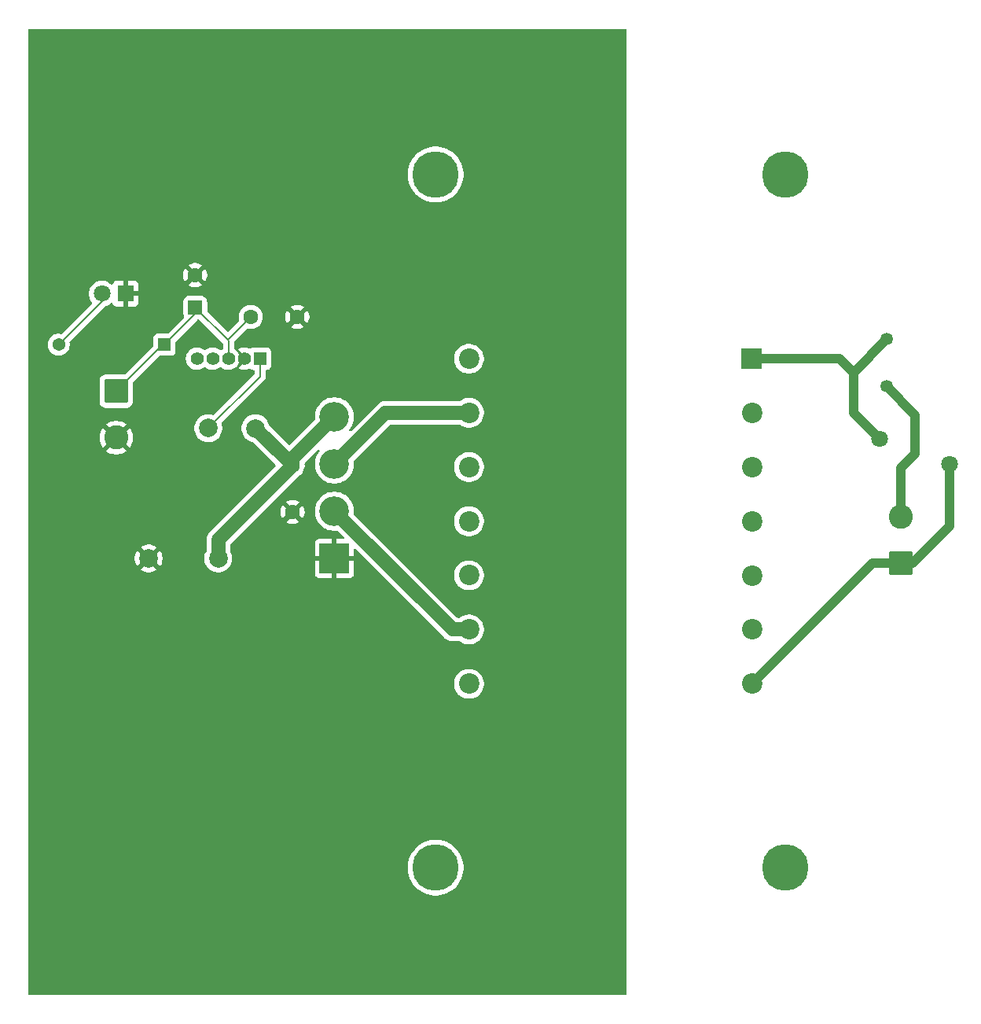
<source format=gtl>
G04 #@! TF.GenerationSoftware,KiCad,Pcbnew,9.0.7-9.0.7~ubuntu24.04.1*
G04 #@! TF.CreationDate,2026-02-08T18:38:21+03:00*
G04 #@! TF.ProjectId,Linear_PowerSup_v1,4c696e65-6172-45f5-906f-776572537570,rev?*
G04 #@! TF.SameCoordinates,Original*
G04 #@! TF.FileFunction,Copper,L1,Top*
G04 #@! TF.FilePolarity,Positive*
%FSLAX46Y46*%
G04 Gerber Fmt 4.6, Leading zero omitted, Abs format (unit mm)*
G04 Created by KiCad (PCBNEW 9.0.7-9.0.7~ubuntu24.04.1) date 2026-02-08 18:38:21*
%MOMM*%
%LPD*%
G01*
G04 APERTURE LIST*
G04 Aperture macros list*
%AMRoundRect*
0 Rectangle with rounded corners*
0 $1 Rounding radius*
0 $2 $3 $4 $5 $6 $7 $8 $9 X,Y pos of 4 corners*
0 Add a 4 corners polygon primitive as box body*
4,1,4,$2,$3,$4,$5,$6,$7,$8,$9,$2,$3,0*
0 Add four circle primitives for the rounded corners*
1,1,$1+$1,$2,$3*
1,1,$1+$1,$4,$5*
1,1,$1+$1,$6,$7*
1,1,$1+$1,$8,$9*
0 Add four rect primitives between the rounded corners*
20,1,$1+$1,$2,$3,$4,$5,0*
20,1,$1+$1,$4,$5,$6,$7,0*
20,1,$1+$1,$6,$7,$8,$9,0*
20,1,$1+$1,$8,$9,$2,$3,0*%
G04 Aperture macros list end*
G04 #@! TA.AperFunction,ComponentPad*
%ADD10C,2.000000*%
G04 #@! TD*
G04 #@! TA.AperFunction,ComponentPad*
%ADD11RoundRect,0.250000X-1.050000X1.050000X-1.050000X-1.050000X1.050000X-1.050000X1.050000X1.050000X0*%
G04 #@! TD*
G04 #@! TA.AperFunction,ComponentPad*
%ADD12C,2.600000*%
G04 #@! TD*
G04 #@! TA.AperFunction,ComponentPad*
%ADD13RoundRect,0.250000X1.050000X-1.050000X1.050000X1.050000X-1.050000X1.050000X-1.050000X-1.050000X0*%
G04 #@! TD*
G04 #@! TA.AperFunction,ComponentPad*
%ADD14R,1.371600X1.371600*%
G04 #@! TD*
G04 #@! TA.AperFunction,ComponentPad*
%ADD15C,1.371600*%
G04 #@! TD*
G04 #@! TA.AperFunction,ComponentPad*
%ADD16C,1.600000*%
G04 #@! TD*
G04 #@! TA.AperFunction,ComponentPad*
%ADD17C,1.350000*%
G04 #@! TD*
G04 #@! TA.AperFunction,ComponentPad*
%ADD18C,1.800000*%
G04 #@! TD*
G04 #@! TA.AperFunction,ComponentPad*
%ADD19RoundRect,0.250000X0.550000X-0.550000X0.550000X0.550000X-0.550000X0.550000X-0.550000X-0.550000X0*%
G04 #@! TD*
G04 #@! TA.AperFunction,ComponentPad*
%ADD20R,1.800000X1.800000*%
G04 #@! TD*
G04 #@! TA.AperFunction,WasherPad*
%ADD21C,5.000000*%
G04 #@! TD*
G04 #@! TA.AperFunction,ComponentPad*
%ADD22R,2.200000X2.200000*%
G04 #@! TD*
G04 #@! TA.AperFunction,ComponentPad*
%ADD23C,2.200000*%
G04 #@! TD*
G04 #@! TA.AperFunction,ComponentPad*
%ADD24R,3.200000X3.200000*%
G04 #@! TD*
G04 #@! TA.AperFunction,ComponentPad*
%ADD25C,3.200000*%
G04 #@! TD*
G04 #@! TA.AperFunction,ComponentPad*
%ADD26R,1.410000X1.410000*%
G04 #@! TD*
G04 #@! TA.AperFunction,ComponentPad*
%ADD27C,1.410000*%
G04 #@! TD*
G04 #@! TA.AperFunction,Conductor*
%ADD28C,1.500000*%
G04 #@! TD*
G04 #@! TA.AperFunction,Conductor*
%ADD29C,0.200000*%
G04 #@! TD*
G04 #@! TA.AperFunction,Conductor*
%ADD30C,1.000000*%
G04 #@! TD*
G04 APERTURE END LIST*
D10*
X91000000Y-96500000D03*
X83500000Y-96500000D03*
D11*
X80000000Y-78500000D03*
D12*
X80000000Y-83500000D03*
D13*
X164500000Y-97000000D03*
D12*
X164500000Y-92000000D03*
D14*
X85202300Y-73500000D03*
D15*
X73797700Y-73500000D03*
D16*
X99000000Y-86500000D03*
X99000000Y-91500000D03*
D17*
X163000000Y-78000000D03*
X163000000Y-72920000D03*
D16*
X94500000Y-70500000D03*
X99500000Y-70500000D03*
D18*
X162250000Y-83650000D03*
X169750000Y-86350000D03*
D19*
X88500000Y-69500000D03*
D16*
X88500000Y-66000000D03*
D20*
X81000000Y-68000000D03*
D18*
X78460000Y-68000000D03*
D21*
X152100184Y-55197303D03*
X152100000Y-129800000D03*
X114400000Y-129800000D03*
X114400000Y-55175000D03*
D22*
X148459835Y-74999590D03*
D23*
X148469939Y-80830000D03*
X148469939Y-86660000D03*
X148475000Y-92500000D03*
X148485095Y-98325000D03*
X148485095Y-104150000D03*
X148490165Y-110000410D03*
X118000000Y-110000000D03*
X118000000Y-104150000D03*
X118000000Y-98320000D03*
X118000686Y-92489964D03*
X118000000Y-86660000D03*
X118000000Y-80830000D03*
X118000000Y-75000000D03*
D24*
X103500000Y-96500000D03*
D25*
X103500000Y-91420000D03*
X103500000Y-86340000D03*
X103500000Y-81260000D03*
D10*
X95000000Y-82500000D03*
X89920000Y-82490000D03*
D26*
X95500000Y-75000000D03*
D27*
X93800000Y-75000000D03*
X92100000Y-75000000D03*
X90400000Y-75000000D03*
X88700000Y-75000000D03*
D28*
X91000000Y-96500000D02*
X91000000Y-94500000D01*
X91000000Y-94500000D02*
X99000000Y-86500000D01*
X103500000Y-91420000D02*
X116230000Y-104150000D01*
X116230000Y-104150000D02*
X118000000Y-104150000D01*
D29*
X92000000Y-73000000D02*
X94500000Y-70500000D01*
X88500000Y-69500000D02*
X88500000Y-70202300D01*
X88500000Y-70202300D02*
X85202300Y-73500000D01*
X92000000Y-73000000D02*
X92100000Y-73100000D01*
X92100000Y-73100000D02*
X92100000Y-75000000D01*
X88500000Y-69500000D02*
X92000000Y-73000000D01*
D28*
X99000000Y-85760000D02*
X98260000Y-85760000D01*
X98260000Y-85760000D02*
X95000000Y-82500000D01*
D29*
X80000000Y-78500000D02*
X85000000Y-73500000D01*
X85000000Y-73500000D02*
X85202300Y-73500000D01*
X73797700Y-73500000D02*
X78460000Y-68837700D01*
X78460000Y-68837700D02*
X78460000Y-68000000D01*
X89920000Y-82490000D02*
X95500000Y-76910000D01*
X95500000Y-76910000D02*
X95500000Y-75000000D01*
D28*
X99000000Y-86500000D02*
X99000000Y-85760000D01*
X99000000Y-85760000D02*
X103500000Y-81260000D01*
X103500000Y-86340000D02*
X109010000Y-80830000D01*
X109010000Y-80830000D02*
X118000000Y-80830000D01*
D30*
X164500000Y-97000000D02*
X165800000Y-97000000D01*
X161490575Y-97000000D02*
X148490165Y-110000410D01*
X164500000Y-97000000D02*
X161490575Y-97000000D01*
X165800000Y-97000000D02*
X169750000Y-93050000D01*
X169750000Y-93050000D02*
X169750000Y-86350000D01*
X164500000Y-92000000D02*
X164500000Y-86775426D01*
X164500000Y-86775426D02*
X166051000Y-85224426D01*
X166051000Y-81051000D02*
X163000000Y-78000000D01*
X166051000Y-85224426D02*
X166051000Y-81051000D01*
X162250000Y-83650000D02*
X159424000Y-80824000D01*
X159424000Y-76496000D02*
X163000000Y-72920000D01*
X159424000Y-76496000D02*
X157927590Y-74999590D01*
X157927590Y-74999590D02*
X148459835Y-74999590D01*
X159424000Y-80824000D02*
X159424000Y-76496000D01*
G04 #@! TA.AperFunction,Conductor*
G36*
X134943039Y-39520185D02*
G01*
X134988794Y-39572989D01*
X135000000Y-39624500D01*
X135000000Y-143375500D01*
X134980315Y-143442539D01*
X134927511Y-143488294D01*
X134876000Y-143499500D01*
X70624500Y-143499500D01*
X70557461Y-143479815D01*
X70511706Y-143427011D01*
X70500500Y-143375500D01*
X70500500Y-129631491D01*
X111399500Y-129631491D01*
X111399500Y-129968508D01*
X111437231Y-130303381D01*
X111437233Y-130303397D01*
X111512223Y-130631953D01*
X111512227Y-130631965D01*
X111623532Y-130950054D01*
X111769752Y-131253683D01*
X111769754Y-131253686D01*
X111949054Y-131539039D01*
X112159175Y-131802523D01*
X112397477Y-132040825D01*
X112660961Y-132250946D01*
X112946314Y-132430246D01*
X113249949Y-132576469D01*
X113488848Y-132660063D01*
X113568034Y-132687772D01*
X113568046Y-132687776D01*
X113896606Y-132762767D01*
X114231492Y-132800499D01*
X114231493Y-132800500D01*
X114231496Y-132800500D01*
X114568507Y-132800500D01*
X114568507Y-132800499D01*
X114903394Y-132762767D01*
X115231954Y-132687776D01*
X115550051Y-132576469D01*
X115853686Y-132430246D01*
X116139039Y-132250946D01*
X116402523Y-132040825D01*
X116640825Y-131802523D01*
X116850946Y-131539039D01*
X117030246Y-131253686D01*
X117176469Y-130950051D01*
X117287776Y-130631954D01*
X117362767Y-130303394D01*
X117400500Y-129968504D01*
X117400500Y-129631496D01*
X117362767Y-129296606D01*
X117287776Y-128968046D01*
X117176469Y-128649949D01*
X117030246Y-128346314D01*
X116850946Y-128060961D01*
X116640825Y-127797477D01*
X116402523Y-127559175D01*
X116139039Y-127349054D01*
X115853686Y-127169754D01*
X115853683Y-127169752D01*
X115550054Y-127023532D01*
X115231965Y-126912227D01*
X115231953Y-126912223D01*
X114903397Y-126837233D01*
X114903381Y-126837231D01*
X114568508Y-126799500D01*
X114568504Y-126799500D01*
X114231496Y-126799500D01*
X114231491Y-126799500D01*
X113896618Y-126837231D01*
X113896602Y-126837233D01*
X113568046Y-126912223D01*
X113568034Y-126912227D01*
X113249945Y-127023532D01*
X112946316Y-127169752D01*
X112660962Y-127349053D01*
X112397477Y-127559174D01*
X112159174Y-127797477D01*
X111949053Y-128060962D01*
X111769752Y-128346316D01*
X111623532Y-128649945D01*
X111512227Y-128968034D01*
X111512223Y-128968046D01*
X111437233Y-129296602D01*
X111437231Y-129296618D01*
X111399500Y-129631491D01*
X70500500Y-129631491D01*
X70500500Y-109874038D01*
X116399500Y-109874038D01*
X116399500Y-110125961D01*
X116438910Y-110374785D01*
X116516760Y-110614383D01*
X116631132Y-110838848D01*
X116779201Y-111042649D01*
X116779205Y-111042654D01*
X116957345Y-111220794D01*
X116957350Y-111220798D01*
X117135117Y-111349952D01*
X117161155Y-111368870D01*
X117304184Y-111441747D01*
X117385616Y-111483239D01*
X117385618Y-111483239D01*
X117385621Y-111483241D01*
X117625215Y-111561090D01*
X117874038Y-111600500D01*
X117874039Y-111600500D01*
X118125961Y-111600500D01*
X118125962Y-111600500D01*
X118374785Y-111561090D01*
X118614379Y-111483241D01*
X118838845Y-111368870D01*
X119042656Y-111220793D01*
X119220793Y-111042656D01*
X119368870Y-110838845D01*
X119483241Y-110614379D01*
X119561090Y-110374785D01*
X119600500Y-110125962D01*
X119600500Y-109874038D01*
X119561090Y-109625215D01*
X119483241Y-109385621D01*
X119483239Y-109385618D01*
X119483239Y-109385616D01*
X119441747Y-109304184D01*
X119368870Y-109161155D01*
X119349952Y-109135117D01*
X119220798Y-108957350D01*
X119220794Y-108957345D01*
X119042654Y-108779205D01*
X119042649Y-108779201D01*
X118838848Y-108631132D01*
X118838847Y-108631131D01*
X118838845Y-108631130D01*
X118768747Y-108595413D01*
X118614383Y-108516760D01*
X118374785Y-108438910D01*
X118125962Y-108399500D01*
X117874038Y-108399500D01*
X117749626Y-108419205D01*
X117625214Y-108438910D01*
X117385616Y-108516760D01*
X117161151Y-108631132D01*
X116957350Y-108779201D01*
X116957345Y-108779205D01*
X116779205Y-108957345D01*
X116779201Y-108957350D01*
X116631132Y-109161151D01*
X116516760Y-109385616D01*
X116438910Y-109625214D01*
X116399500Y-109874038D01*
X70500500Y-109874038D01*
X70500500Y-96381947D01*
X82000000Y-96381947D01*
X82000000Y-96618052D01*
X82036934Y-96851247D01*
X82109897Y-97075802D01*
X82217087Y-97286174D01*
X82277338Y-97369104D01*
X82277340Y-97369105D01*
X83017037Y-96629408D01*
X83034075Y-96692993D01*
X83099901Y-96807007D01*
X83192993Y-96900099D01*
X83307007Y-96965925D01*
X83370590Y-96982962D01*
X82630893Y-97722658D01*
X82713828Y-97782914D01*
X82924197Y-97890102D01*
X83148752Y-97963065D01*
X83148751Y-97963065D01*
X83381948Y-98000000D01*
X83618052Y-98000000D01*
X83851247Y-97963065D01*
X84075802Y-97890102D01*
X84286163Y-97782918D01*
X84286169Y-97782914D01*
X84369104Y-97722658D01*
X84369105Y-97722658D01*
X83629408Y-96982962D01*
X83692993Y-96965925D01*
X83807007Y-96900099D01*
X83900099Y-96807007D01*
X83965925Y-96692993D01*
X83982962Y-96629409D01*
X84722658Y-97369105D01*
X84722658Y-97369104D01*
X84782914Y-97286169D01*
X84782918Y-97286163D01*
X84890102Y-97075802D01*
X84963065Y-96851247D01*
X85000000Y-96618052D01*
X85000000Y-96381947D01*
X84999993Y-96381902D01*
X89499500Y-96381902D01*
X89499500Y-96618097D01*
X89536446Y-96851368D01*
X89609433Y-97075996D01*
X89677178Y-97208951D01*
X89716657Y-97286433D01*
X89855483Y-97477510D01*
X90022490Y-97644517D01*
X90213567Y-97783343D01*
X90312991Y-97834002D01*
X90424003Y-97890566D01*
X90424005Y-97890566D01*
X90424008Y-97890568D01*
X90544412Y-97929689D01*
X90648631Y-97963553D01*
X90881903Y-98000500D01*
X90881908Y-98000500D01*
X91118097Y-98000500D01*
X91351368Y-97963553D01*
X91407809Y-97945214D01*
X91575992Y-97890568D01*
X91786433Y-97783343D01*
X91977510Y-97644517D01*
X92144517Y-97477510D01*
X92283343Y-97286433D01*
X92390568Y-97075992D01*
X92463553Y-96851368D01*
X92484439Y-96719500D01*
X92490816Y-96679240D01*
X92500500Y-96618097D01*
X92500500Y-96381902D01*
X92463553Y-96148631D01*
X92390566Y-95924003D01*
X92322822Y-95791049D01*
X92283343Y-95713567D01*
X92283339Y-95713561D01*
X92274180Y-95700954D01*
X92250702Y-95635147D01*
X92250500Y-95628072D01*
X92250500Y-95069335D01*
X92270185Y-95002296D01*
X92286814Y-94981659D01*
X95870791Y-91397682D01*
X97700000Y-91397682D01*
X97700000Y-91602317D01*
X97732009Y-91804417D01*
X97795244Y-91999031D01*
X97888141Y-92181350D01*
X97888147Y-92181359D01*
X97920523Y-92225921D01*
X97920524Y-92225922D01*
X98600000Y-91546446D01*
X98600000Y-91552661D01*
X98627259Y-91654394D01*
X98679920Y-91745606D01*
X98754394Y-91820080D01*
X98845606Y-91872741D01*
X98947339Y-91900000D01*
X98953553Y-91900000D01*
X98274076Y-92579474D01*
X98318650Y-92611859D01*
X98500968Y-92704755D01*
X98695582Y-92767990D01*
X98897683Y-92800000D01*
X99102317Y-92800000D01*
X99304417Y-92767990D01*
X99499031Y-92704755D01*
X99681349Y-92611859D01*
X99725921Y-92579474D01*
X99046447Y-91900000D01*
X99052661Y-91900000D01*
X99154394Y-91872741D01*
X99245606Y-91820080D01*
X99320080Y-91745606D01*
X99372741Y-91654394D01*
X99400000Y-91552661D01*
X99400000Y-91546448D01*
X100079474Y-92225922D01*
X100079474Y-92225921D01*
X100111859Y-92181349D01*
X100204755Y-91999031D01*
X100267990Y-91804417D01*
X100300000Y-91602317D01*
X100300000Y-91397682D01*
X100284159Y-91297665D01*
X100281730Y-91282332D01*
X101399500Y-91282332D01*
X101399500Y-91557667D01*
X101399501Y-91557684D01*
X101435438Y-91830655D01*
X101435439Y-91830660D01*
X101435440Y-91830666D01*
X101435441Y-91830668D01*
X101506704Y-92096630D01*
X101612075Y-92351017D01*
X101612080Y-92351028D01*
X101694861Y-92494407D01*
X101749751Y-92589479D01*
X101749753Y-92589482D01*
X101749754Y-92589483D01*
X101917370Y-92807926D01*
X101917376Y-92807933D01*
X102112066Y-93002623D01*
X102112072Y-93002628D01*
X102330521Y-93170249D01*
X102483778Y-93258732D01*
X102568971Y-93307919D01*
X102568976Y-93307921D01*
X102568979Y-93307923D01*
X102823368Y-93413295D01*
X103089334Y-93484560D01*
X103362326Y-93520500D01*
X103362333Y-93520500D01*
X103637667Y-93520500D01*
X103637674Y-93520500D01*
X103748788Y-93505871D01*
X103817823Y-93516636D01*
X103852655Y-93541129D01*
X104499845Y-94188319D01*
X104533330Y-94249642D01*
X104528346Y-94319334D01*
X104486474Y-94375267D01*
X104421010Y-94399684D01*
X104412164Y-94400000D01*
X103750000Y-94400000D01*
X103750000Y-95737639D01*
X103733351Y-95730743D01*
X103578793Y-95700000D01*
X103421207Y-95700000D01*
X103266649Y-95730743D01*
X103250000Y-95737639D01*
X103250000Y-94400000D01*
X101852155Y-94400000D01*
X101792627Y-94406401D01*
X101792620Y-94406403D01*
X101657913Y-94456645D01*
X101657906Y-94456649D01*
X101542812Y-94542809D01*
X101542809Y-94542812D01*
X101456649Y-94657906D01*
X101456645Y-94657913D01*
X101406403Y-94792620D01*
X101406401Y-94792627D01*
X101400000Y-94852155D01*
X101400000Y-96250000D01*
X102737639Y-96250000D01*
X102730743Y-96266649D01*
X102700000Y-96421207D01*
X102700000Y-96578793D01*
X102730743Y-96733351D01*
X102737639Y-96750000D01*
X101400000Y-96750000D01*
X101400000Y-98147844D01*
X101406401Y-98207372D01*
X101406403Y-98207379D01*
X101456645Y-98342086D01*
X101456649Y-98342093D01*
X101542809Y-98457187D01*
X101542812Y-98457190D01*
X101657906Y-98543350D01*
X101657913Y-98543354D01*
X101792620Y-98593596D01*
X101792627Y-98593598D01*
X101852155Y-98599999D01*
X101852172Y-98600000D01*
X103250000Y-98600000D01*
X103250000Y-97262360D01*
X103266649Y-97269257D01*
X103421207Y-97300000D01*
X103578793Y-97300000D01*
X103733351Y-97269257D01*
X103750000Y-97262360D01*
X103750000Y-98600000D01*
X105147828Y-98600000D01*
X105147844Y-98599999D01*
X105207372Y-98593598D01*
X105207379Y-98593596D01*
X105342086Y-98543354D01*
X105342093Y-98543350D01*
X105457187Y-98457190D01*
X105457190Y-98457187D01*
X105543350Y-98342093D01*
X105543354Y-98342086D01*
X105593596Y-98207379D01*
X105593598Y-98207372D01*
X105599999Y-98147844D01*
X105600000Y-98147827D01*
X105600000Y-96750000D01*
X104262361Y-96750000D01*
X104269257Y-96733351D01*
X104300000Y-96578793D01*
X104300000Y-96421207D01*
X104269257Y-96266649D01*
X104262361Y-96250000D01*
X105600000Y-96250000D01*
X105600000Y-95587836D01*
X105619685Y-95520797D01*
X105672489Y-95475042D01*
X105741647Y-95465098D01*
X105805203Y-95494123D01*
X105811681Y-95500155D01*
X115415355Y-105103829D01*
X115574595Y-105219524D01*
X115657454Y-105261742D01*
X115749969Y-105308882D01*
X115749971Y-105308882D01*
X115749974Y-105308884D01*
X115850318Y-105341487D01*
X115937173Y-105369709D01*
X116131578Y-105400500D01*
X116131583Y-105400500D01*
X116131584Y-105400500D01*
X116328417Y-105400500D01*
X116957942Y-105400500D01*
X117024981Y-105420185D01*
X117030827Y-105424182D01*
X117138411Y-105502346D01*
X117161155Y-105518870D01*
X117304184Y-105591747D01*
X117385616Y-105633239D01*
X117385618Y-105633239D01*
X117385621Y-105633241D01*
X117625215Y-105711090D01*
X117874038Y-105750500D01*
X117874039Y-105750500D01*
X118125961Y-105750500D01*
X118125962Y-105750500D01*
X118374785Y-105711090D01*
X118614379Y-105633241D01*
X118838845Y-105518870D01*
X119042656Y-105370793D01*
X119220793Y-105192656D01*
X119368870Y-104988845D01*
X119483241Y-104764379D01*
X119561090Y-104524785D01*
X119600500Y-104275962D01*
X119600500Y-104024038D01*
X119561090Y-103775215D01*
X119483241Y-103535621D01*
X119483239Y-103535618D01*
X119483239Y-103535616D01*
X119441747Y-103454184D01*
X119368870Y-103311155D01*
X119349952Y-103285117D01*
X119220798Y-103107350D01*
X119220794Y-103107345D01*
X119042654Y-102929205D01*
X119042649Y-102929201D01*
X118838848Y-102781132D01*
X118838847Y-102781131D01*
X118838845Y-102781130D01*
X118768747Y-102745413D01*
X118614383Y-102666760D01*
X118374785Y-102588910D01*
X118125962Y-102549500D01*
X117874038Y-102549500D01*
X117749626Y-102569205D01*
X117625214Y-102588910D01*
X117385616Y-102666760D01*
X117161151Y-102781132D01*
X117030827Y-102875818D01*
X117010782Y-102882970D01*
X116992877Y-102894477D01*
X116968850Y-102897931D01*
X116965021Y-102899298D01*
X116957942Y-102899500D01*
X116799336Y-102899500D01*
X116732297Y-102879815D01*
X116711655Y-102863181D01*
X112042512Y-98194038D01*
X116399500Y-98194038D01*
X116399500Y-98445962D01*
X116422883Y-98593596D01*
X116438910Y-98694785D01*
X116516760Y-98934383D01*
X116631132Y-99158848D01*
X116779201Y-99362649D01*
X116779205Y-99362654D01*
X116957345Y-99540794D01*
X116957350Y-99540798D01*
X117135117Y-99669952D01*
X117161155Y-99688870D01*
X117304184Y-99761747D01*
X117385616Y-99803239D01*
X117385618Y-99803239D01*
X117385621Y-99803241D01*
X117625215Y-99881090D01*
X117874038Y-99920500D01*
X117874039Y-99920500D01*
X118125961Y-99920500D01*
X118125962Y-99920500D01*
X118374785Y-99881090D01*
X118614379Y-99803241D01*
X118838845Y-99688870D01*
X119042656Y-99540793D01*
X119220793Y-99362656D01*
X119368870Y-99158845D01*
X119483241Y-98934379D01*
X119561090Y-98694785D01*
X119600500Y-98445962D01*
X119600500Y-98194038D01*
X119561090Y-97945215D01*
X119483241Y-97705621D01*
X119483239Y-97705618D01*
X119483239Y-97705616D01*
X119441747Y-97624184D01*
X119368870Y-97481155D01*
X119287461Y-97369105D01*
X119220798Y-97277350D01*
X119220794Y-97277345D01*
X119042654Y-97099205D01*
X119042649Y-97099201D01*
X118838848Y-96951132D01*
X118838847Y-96951131D01*
X118838845Y-96951130D01*
X118738691Y-96900099D01*
X118614383Y-96836760D01*
X118374785Y-96758910D01*
X118318530Y-96750000D01*
X118125962Y-96719500D01*
X117874038Y-96719500D01*
X117786587Y-96733351D01*
X117625214Y-96758910D01*
X117385616Y-96836760D01*
X117161151Y-96951132D01*
X116957350Y-97099201D01*
X116957345Y-97099205D01*
X116779205Y-97277345D01*
X116779201Y-97277350D01*
X116631132Y-97481151D01*
X116516760Y-97705616D01*
X116438910Y-97945214D01*
X116430233Y-98000000D01*
X116399500Y-98194038D01*
X112042512Y-98194038D01*
X106212476Y-92364002D01*
X116400186Y-92364002D01*
X116400186Y-92615925D01*
X116439596Y-92864749D01*
X116517446Y-93104347D01*
X116631818Y-93328812D01*
X116779887Y-93532613D01*
X116779891Y-93532618D01*
X116958031Y-93710758D01*
X116958036Y-93710762D01*
X117135803Y-93839916D01*
X117161841Y-93858834D01*
X117304870Y-93931711D01*
X117386302Y-93973203D01*
X117386304Y-93973203D01*
X117386307Y-93973205D01*
X117625901Y-94051054D01*
X117874724Y-94090464D01*
X117874725Y-94090464D01*
X118126647Y-94090464D01*
X118126648Y-94090464D01*
X118375471Y-94051054D01*
X118615065Y-93973205D01*
X118839531Y-93858834D01*
X119043342Y-93710757D01*
X119221479Y-93532620D01*
X119369556Y-93328809D01*
X119483927Y-93104343D01*
X119561776Y-92864749D01*
X119601186Y-92615926D01*
X119601186Y-92364002D01*
X119561776Y-92115179D01*
X119483927Y-91875585D01*
X119483925Y-91875582D01*
X119483925Y-91875580D01*
X119442433Y-91794148D01*
X119369556Y-91651119D01*
X119301672Y-91557684D01*
X119221484Y-91447314D01*
X119221480Y-91447309D01*
X119043340Y-91269169D01*
X119043335Y-91269165D01*
X118839534Y-91121096D01*
X118839533Y-91121095D01*
X118839531Y-91121094D01*
X118769433Y-91085377D01*
X118615069Y-91006724D01*
X118375471Y-90928874D01*
X118126648Y-90889464D01*
X117874724Y-90889464D01*
X117750312Y-90909169D01*
X117625900Y-90928874D01*
X117386302Y-91006724D01*
X117161837Y-91121096D01*
X116958036Y-91269165D01*
X116958031Y-91269169D01*
X116779891Y-91447309D01*
X116779887Y-91447314D01*
X116631818Y-91651115D01*
X116517446Y-91875580D01*
X116439596Y-92115178D01*
X116400186Y-92364002D01*
X106212476Y-92364002D01*
X105621129Y-91772655D01*
X105587644Y-91711332D01*
X105585871Y-91668788D01*
X105600499Y-91557681D01*
X105600500Y-91557674D01*
X105600500Y-91282326D01*
X105564560Y-91009334D01*
X105493295Y-90743368D01*
X105387923Y-90488979D01*
X105387921Y-90488976D01*
X105387919Y-90488971D01*
X105338732Y-90403778D01*
X105250249Y-90250521D01*
X105082628Y-90032072D01*
X105082623Y-90032066D01*
X104887933Y-89837376D01*
X104887926Y-89837370D01*
X104669483Y-89669754D01*
X104669482Y-89669753D01*
X104669479Y-89669751D01*
X104574407Y-89614861D01*
X104431028Y-89532080D01*
X104431017Y-89532075D01*
X104176630Y-89426704D01*
X104043649Y-89391072D01*
X103910666Y-89355440D01*
X103910660Y-89355439D01*
X103910655Y-89355438D01*
X103637684Y-89319501D01*
X103637679Y-89319500D01*
X103637674Y-89319500D01*
X103362326Y-89319500D01*
X103362320Y-89319500D01*
X103362315Y-89319501D01*
X103089344Y-89355438D01*
X103089337Y-89355439D01*
X103089334Y-89355440D01*
X103033125Y-89370500D01*
X102823369Y-89426704D01*
X102568982Y-89532075D01*
X102568971Y-89532080D01*
X102330516Y-89669754D01*
X102112073Y-89837370D01*
X102112066Y-89837376D01*
X101917376Y-90032066D01*
X101917370Y-90032073D01*
X101749754Y-90250516D01*
X101612080Y-90488971D01*
X101612075Y-90488982D01*
X101506704Y-90743369D01*
X101486533Y-90818650D01*
X101436140Y-91006724D01*
X101435441Y-91009331D01*
X101435438Y-91009344D01*
X101399501Y-91282315D01*
X101399500Y-91282332D01*
X100281730Y-91282332D01*
X100267989Y-91195581D01*
X100204755Y-91000968D01*
X100111859Y-90818650D01*
X100079474Y-90774077D01*
X100079474Y-90774076D01*
X99400000Y-91453551D01*
X99400000Y-91447339D01*
X99372741Y-91345606D01*
X99320080Y-91254394D01*
X99245606Y-91179920D01*
X99154394Y-91127259D01*
X99052661Y-91100000D01*
X99046446Y-91100000D01*
X99725922Y-90420524D01*
X99725921Y-90420523D01*
X99681359Y-90388147D01*
X99681350Y-90388141D01*
X99499031Y-90295244D01*
X99304417Y-90232009D01*
X99102317Y-90200000D01*
X98897683Y-90200000D01*
X98695582Y-90232009D01*
X98500968Y-90295244D01*
X98318644Y-90388143D01*
X98274077Y-90420523D01*
X98274077Y-90420524D01*
X98953554Y-91100000D01*
X98947339Y-91100000D01*
X98845606Y-91127259D01*
X98754394Y-91179920D01*
X98679920Y-91254394D01*
X98627259Y-91345606D01*
X98600000Y-91447339D01*
X98600000Y-91453553D01*
X97920524Y-90774077D01*
X97920523Y-90774077D01*
X97888143Y-90818644D01*
X97795244Y-91000968D01*
X97732009Y-91195582D01*
X97700000Y-91397682D01*
X95870791Y-91397682D01*
X99615890Y-87652582D01*
X99647275Y-87629780D01*
X99681610Y-87612287D01*
X99847219Y-87491966D01*
X99991966Y-87347219D01*
X99991968Y-87347215D01*
X99991971Y-87347213D01*
X100047330Y-87271017D01*
X100112287Y-87181610D01*
X100205220Y-86999219D01*
X100268477Y-86804534D01*
X100300500Y-86602352D01*
X100300500Y-86397648D01*
X100287183Y-86313573D01*
X100296137Y-86244284D01*
X100321972Y-86206500D01*
X101704098Y-84824374D01*
X101765419Y-84790891D01*
X101835111Y-84795875D01*
X101891044Y-84837747D01*
X101915461Y-84903211D01*
X101900609Y-84971484D01*
X101890153Y-84987543D01*
X101749754Y-85170516D01*
X101749751Y-85170520D01*
X101749751Y-85170521D01*
X101746149Y-85176760D01*
X101612080Y-85408971D01*
X101612075Y-85408982D01*
X101506704Y-85663369D01*
X101435441Y-85929331D01*
X101435438Y-85929344D01*
X101399501Y-86202315D01*
X101399500Y-86202332D01*
X101399500Y-86477667D01*
X101399501Y-86477684D01*
X101435438Y-86750655D01*
X101435439Y-86750660D01*
X101435440Y-86750666D01*
X101449874Y-86804534D01*
X101506704Y-87016630D01*
X101612075Y-87271017D01*
X101612080Y-87271028D01*
X101656070Y-87347219D01*
X101749751Y-87509479D01*
X101749753Y-87509482D01*
X101749754Y-87509483D01*
X101917370Y-87727926D01*
X101917376Y-87727933D01*
X102112066Y-87922623D01*
X102112072Y-87922628D01*
X102330521Y-88090249D01*
X102422306Y-88143241D01*
X102568971Y-88227919D01*
X102568976Y-88227921D01*
X102568979Y-88227923D01*
X102823368Y-88333295D01*
X103089334Y-88404560D01*
X103362326Y-88440500D01*
X103362333Y-88440500D01*
X103637667Y-88440500D01*
X103637674Y-88440500D01*
X103910666Y-88404560D01*
X104176632Y-88333295D01*
X104431021Y-88227923D01*
X104669479Y-88090249D01*
X104887928Y-87922628D01*
X105082628Y-87727928D01*
X105250249Y-87509479D01*
X105387923Y-87271021D01*
X105493295Y-87016632D01*
X105564560Y-86750666D01*
X105593080Y-86534038D01*
X116399500Y-86534038D01*
X116399500Y-86785962D01*
X116436035Y-87016630D01*
X116438910Y-87034785D01*
X116516760Y-87274383D01*
X116595413Y-87428747D01*
X116627624Y-87491965D01*
X116631132Y-87498848D01*
X116779201Y-87702649D01*
X116779205Y-87702654D01*
X116957345Y-87880794D01*
X116957350Y-87880798D01*
X117014926Y-87922629D01*
X117161155Y-88028870D01*
X117304184Y-88101747D01*
X117385616Y-88143239D01*
X117385618Y-88143239D01*
X117385621Y-88143241D01*
X117625215Y-88221090D01*
X117874038Y-88260500D01*
X117874039Y-88260500D01*
X118125961Y-88260500D01*
X118125962Y-88260500D01*
X118374785Y-88221090D01*
X118614379Y-88143241D01*
X118838845Y-88028870D01*
X119042656Y-87880793D01*
X119220793Y-87702656D01*
X119368870Y-87498845D01*
X119483241Y-87274379D01*
X119561090Y-87034785D01*
X119600500Y-86785962D01*
X119600500Y-86534038D01*
X119561090Y-86285215D01*
X119483241Y-86045621D01*
X119483239Y-86045618D01*
X119483239Y-86045616D01*
X119423988Y-85929331D01*
X119368870Y-85821155D01*
X119349952Y-85795117D01*
X119220798Y-85617350D01*
X119220794Y-85617345D01*
X119042654Y-85439205D01*
X119042649Y-85439201D01*
X118838848Y-85291132D01*
X118838847Y-85291131D01*
X118838845Y-85291130D01*
X118768747Y-85255413D01*
X118614383Y-85176760D01*
X118374785Y-85098910D01*
X118125962Y-85059500D01*
X117874038Y-85059500D01*
X117749626Y-85079205D01*
X117625214Y-85098910D01*
X117385616Y-85176760D01*
X117161151Y-85291132D01*
X116957350Y-85439201D01*
X116957345Y-85439205D01*
X116779205Y-85617345D01*
X116779201Y-85617350D01*
X116631132Y-85821151D01*
X116516760Y-86045616D01*
X116438910Y-86285214D01*
X116409066Y-86473642D01*
X116399500Y-86534038D01*
X105593080Y-86534038D01*
X105600500Y-86477674D01*
X105600500Y-86202326D01*
X105585870Y-86091208D01*
X105596635Y-86022176D01*
X105621125Y-85987347D01*
X109491656Y-82116819D01*
X109552979Y-82083334D01*
X109579337Y-82080500D01*
X116957942Y-82080500D01*
X117024981Y-82100185D01*
X117030827Y-82104182D01*
X117092008Y-82148632D01*
X117161155Y-82198870D01*
X117304184Y-82271747D01*
X117385616Y-82313239D01*
X117385618Y-82313239D01*
X117385621Y-82313241D01*
X117625215Y-82391090D01*
X117874038Y-82430500D01*
X117874039Y-82430500D01*
X118125961Y-82430500D01*
X118125962Y-82430500D01*
X118374785Y-82391090D01*
X118614379Y-82313241D01*
X118838845Y-82198870D01*
X119042656Y-82050793D01*
X119220793Y-81872656D01*
X119368870Y-81668845D01*
X119483241Y-81444379D01*
X119561090Y-81204785D01*
X119600500Y-80955962D01*
X119600500Y-80704038D01*
X119561090Y-80455215D01*
X119483241Y-80215621D01*
X119483239Y-80215618D01*
X119483239Y-80215616D01*
X119419497Y-80090516D01*
X119368870Y-79991155D01*
X119349952Y-79965117D01*
X119220798Y-79787350D01*
X119220794Y-79787345D01*
X119042654Y-79609205D01*
X119042649Y-79609201D01*
X118838848Y-79461132D01*
X118838847Y-79461131D01*
X118838845Y-79461130D01*
X118768747Y-79425413D01*
X118614383Y-79346760D01*
X118374785Y-79268910D01*
X118360857Y-79266704D01*
X118125962Y-79229500D01*
X117874038Y-79229500D01*
X117749626Y-79249205D01*
X117625214Y-79268910D01*
X117385616Y-79346760D01*
X117161151Y-79461132D01*
X117030827Y-79555818D01*
X116965021Y-79579298D01*
X116957942Y-79579500D01*
X108911578Y-79579500D01*
X108782099Y-79600008D01*
X108782098Y-79600008D01*
X108717174Y-79610290D01*
X108717173Y-79610290D01*
X108529969Y-79671117D01*
X108354591Y-79760478D01*
X108195360Y-79876165D01*
X108195355Y-79876169D01*
X105295910Y-82775614D01*
X105234587Y-82809099D01*
X105164895Y-82804115D01*
X105108962Y-82762243D01*
X105084545Y-82696779D01*
X105099397Y-82628506D01*
X105109853Y-82612447D01*
X105113195Y-82608092D01*
X105250249Y-82429479D01*
X105387923Y-82191021D01*
X105493295Y-81936632D01*
X105564560Y-81670666D01*
X105600500Y-81397674D01*
X105600500Y-81122326D01*
X105564560Y-80849334D01*
X105493295Y-80583368D01*
X105387923Y-80328979D01*
X105387921Y-80328976D01*
X105387919Y-80328971D01*
X105333556Y-80234812D01*
X105250249Y-80090521D01*
X105082628Y-79872072D01*
X105082623Y-79872066D01*
X104887933Y-79677376D01*
X104887926Y-79677370D01*
X104669483Y-79509754D01*
X104669482Y-79509753D01*
X104669479Y-79509751D01*
X104574407Y-79454861D01*
X104431028Y-79372080D01*
X104431017Y-79372075D01*
X104176630Y-79266704D01*
X104037780Y-79229500D01*
X103910666Y-79195440D01*
X103910660Y-79195439D01*
X103910655Y-79195438D01*
X103637684Y-79159501D01*
X103637679Y-79159500D01*
X103637674Y-79159500D01*
X103362326Y-79159500D01*
X103362320Y-79159500D01*
X103362315Y-79159501D01*
X103089344Y-79195438D01*
X103089337Y-79195439D01*
X103089334Y-79195440D01*
X103033125Y-79210500D01*
X102823369Y-79266704D01*
X102568982Y-79372075D01*
X102568971Y-79372080D01*
X102330516Y-79509754D01*
X102112073Y-79677370D01*
X102112066Y-79677376D01*
X101917376Y-79872066D01*
X101917370Y-79872073D01*
X101749754Y-80090516D01*
X101612080Y-80328971D01*
X101612075Y-80328982D01*
X101506704Y-80583369D01*
X101435441Y-80849331D01*
X101435438Y-80849344D01*
X101399501Y-81122315D01*
X101399500Y-81122332D01*
X101399500Y-81397667D01*
X101399501Y-81397684D01*
X101414128Y-81508788D01*
X101403362Y-81577823D01*
X101378870Y-81612654D01*
X98717680Y-84273844D01*
X98656357Y-84307329D01*
X98586665Y-84302345D01*
X98542318Y-84273844D01*
X96500783Y-82232309D01*
X96467298Y-82170986D01*
X96465995Y-82164052D01*
X96463553Y-82148632D01*
X96390568Y-81924008D01*
X96390566Y-81924005D01*
X96390566Y-81924003D01*
X96283342Y-81713566D01*
X96144517Y-81522490D01*
X95977510Y-81355483D01*
X95786433Y-81216657D01*
X95763133Y-81204785D01*
X95575996Y-81109433D01*
X95351368Y-81036446D01*
X95118097Y-80999500D01*
X95118092Y-80999500D01*
X94881908Y-80999500D01*
X94881903Y-80999500D01*
X94648631Y-81036446D01*
X94424003Y-81109433D01*
X94213566Y-81216657D01*
X94104550Y-81295862D01*
X94022490Y-81355483D01*
X94022488Y-81355485D01*
X94022487Y-81355485D01*
X93855485Y-81522487D01*
X93855485Y-81522488D01*
X93855483Y-81522490D01*
X93821390Y-81569415D01*
X93716657Y-81713566D01*
X93609433Y-81924003D01*
X93536446Y-82148631D01*
X93499500Y-82381902D01*
X93499500Y-82618097D01*
X93536446Y-82851368D01*
X93609433Y-83075996D01*
X93646165Y-83148085D01*
X93716657Y-83286433D01*
X93855483Y-83477510D01*
X94022490Y-83644517D01*
X94213567Y-83783343D01*
X94312991Y-83834002D01*
X94424003Y-83890566D01*
X94424005Y-83890566D01*
X94424008Y-83890568D01*
X94648632Y-83963553D01*
X94664027Y-83965991D01*
X94727160Y-83995920D01*
X94732309Y-84000783D01*
X97143845Y-86412319D01*
X97177330Y-86473642D01*
X97172346Y-86543334D01*
X97143845Y-86587681D01*
X90046174Y-93685351D01*
X90046174Y-93685352D01*
X90046172Y-93685354D01*
X90027716Y-93710757D01*
X89930476Y-93844594D01*
X89841117Y-94019969D01*
X89780290Y-94207173D01*
X89749500Y-94401577D01*
X89749500Y-95628072D01*
X89729815Y-95695111D01*
X89725820Y-95700954D01*
X89716660Y-95713561D01*
X89716656Y-95713568D01*
X89609433Y-95924003D01*
X89536446Y-96148631D01*
X89499500Y-96381902D01*
X84999993Y-96381902D01*
X84963065Y-96148752D01*
X84890102Y-95924197D01*
X84782914Y-95713828D01*
X84722658Y-95630894D01*
X84722658Y-95630893D01*
X83982962Y-96370590D01*
X83965925Y-96307007D01*
X83900099Y-96192993D01*
X83807007Y-96099901D01*
X83692993Y-96034075D01*
X83629409Y-96017037D01*
X84369105Y-95277340D01*
X84369104Y-95277338D01*
X84286174Y-95217087D01*
X84075802Y-95109897D01*
X83851247Y-95036934D01*
X83851248Y-95036934D01*
X83618052Y-95000000D01*
X83381948Y-95000000D01*
X83148752Y-95036934D01*
X82924197Y-95109897D01*
X82713830Y-95217084D01*
X82630894Y-95277340D01*
X83370591Y-96017037D01*
X83307007Y-96034075D01*
X83192993Y-96099901D01*
X83099901Y-96192993D01*
X83034075Y-96307007D01*
X83017037Y-96370591D01*
X82277340Y-95630894D01*
X82217084Y-95713830D01*
X82109897Y-95924197D01*
X82036934Y-96148752D01*
X82000000Y-96381947D01*
X70500500Y-96381947D01*
X70500500Y-83382014D01*
X78200000Y-83382014D01*
X78200000Y-83617985D01*
X78230799Y-83851914D01*
X78291870Y-84079837D01*
X78382160Y-84297819D01*
X78382165Y-84297828D01*
X78500144Y-84502171D01*
X78500145Y-84502172D01*
X78562721Y-84583723D01*
X79398958Y-83747487D01*
X79423978Y-83807890D01*
X79495112Y-83914351D01*
X79585649Y-84004888D01*
X79692110Y-84076022D01*
X79752511Y-84101041D01*
X78916275Y-84937277D01*
X78997827Y-84999854D01*
X78997828Y-84999855D01*
X79202171Y-85117834D01*
X79202180Y-85117839D01*
X79420163Y-85208129D01*
X79420161Y-85208129D01*
X79648085Y-85269200D01*
X79882014Y-85299999D01*
X79882029Y-85300000D01*
X80117971Y-85300000D01*
X80117985Y-85299999D01*
X80351914Y-85269200D01*
X80579837Y-85208129D01*
X80797819Y-85117839D01*
X80797828Y-85117834D01*
X81002181Y-84999850D01*
X81083723Y-84937279D01*
X81083723Y-84937276D01*
X80247487Y-84101041D01*
X80307890Y-84076022D01*
X80414351Y-84004888D01*
X80504888Y-83914351D01*
X80576022Y-83807890D01*
X80601041Y-83747488D01*
X81437276Y-84583723D01*
X81437279Y-84583723D01*
X81499850Y-84502181D01*
X81617834Y-84297828D01*
X81617839Y-84297819D01*
X81708129Y-84079837D01*
X81769200Y-83851914D01*
X81799999Y-83617985D01*
X81800000Y-83617971D01*
X81800000Y-83382028D01*
X81799999Y-83382014D01*
X81769200Y-83148085D01*
X81708129Y-82920162D01*
X81617839Y-82702180D01*
X81617834Y-82702171D01*
X81499855Y-82497828D01*
X81499854Y-82497827D01*
X81437277Y-82416275D01*
X80601041Y-83252511D01*
X80576022Y-83192110D01*
X80504888Y-83085649D01*
X80414351Y-82995112D01*
X80307890Y-82923978D01*
X80247488Y-82898958D01*
X81083723Y-82062721D01*
X81002172Y-82000145D01*
X81002171Y-82000144D01*
X80797828Y-81882165D01*
X80797819Y-81882160D01*
X80579836Y-81791870D01*
X80579838Y-81791870D01*
X80351914Y-81730799D01*
X80117985Y-81700000D01*
X79882014Y-81700000D01*
X79648085Y-81730799D01*
X79420162Y-81791870D01*
X79202180Y-81882160D01*
X79202171Y-81882165D01*
X78997828Y-82000144D01*
X78997818Y-82000150D01*
X78916275Y-82062720D01*
X78916275Y-82062721D01*
X79752512Y-82898958D01*
X79692110Y-82923978D01*
X79585649Y-82995112D01*
X79495112Y-83085649D01*
X79423978Y-83192110D01*
X79398958Y-83252511D01*
X78562721Y-82416275D01*
X78562720Y-82416275D01*
X78500150Y-82497818D01*
X78500144Y-82497828D01*
X78382165Y-82702171D01*
X78382160Y-82702180D01*
X78291870Y-82920162D01*
X78230799Y-83148085D01*
X78200000Y-83382014D01*
X70500500Y-83382014D01*
X70500500Y-77399983D01*
X78199500Y-77399983D01*
X78199500Y-79600001D01*
X78199501Y-79600008D01*
X78210000Y-79702796D01*
X78210001Y-79702799D01*
X78238017Y-79787344D01*
X78265186Y-79869334D01*
X78357288Y-80018656D01*
X78481344Y-80142712D01*
X78630666Y-80234814D01*
X78797203Y-80289999D01*
X78899991Y-80300500D01*
X81100008Y-80300499D01*
X81202797Y-80289999D01*
X81369334Y-80234814D01*
X81518656Y-80142712D01*
X81642712Y-80018656D01*
X81734814Y-79869334D01*
X81789999Y-79702797D01*
X81800500Y-79600009D01*
X81800499Y-77600095D01*
X81820184Y-77533057D01*
X81836813Y-77512420D01*
X84626616Y-74722618D01*
X84687939Y-74689133D01*
X84714297Y-74686299D01*
X85935971Y-74686299D01*
X85935972Y-74686299D01*
X85995583Y-74679891D01*
X86130431Y-74629596D01*
X86245646Y-74543346D01*
X86331896Y-74428131D01*
X86382191Y-74293283D01*
X86388600Y-74233673D01*
X86388599Y-73214295D01*
X86408283Y-73147257D01*
X86424913Y-73126620D01*
X88714716Y-70836818D01*
X88741643Y-70822114D01*
X88767462Y-70805522D01*
X88773662Y-70804630D01*
X88776039Y-70803333D01*
X88802397Y-70800499D01*
X88899902Y-70800499D01*
X88966941Y-70820184D01*
X88987583Y-70836818D01*
X91463181Y-73312416D01*
X91496666Y-73373739D01*
X91499500Y-73400097D01*
X91499500Y-73883027D01*
X91479815Y-73950066D01*
X91448385Y-73983346D01*
X91322885Y-74074526D01*
X91257078Y-74098005D01*
X91189025Y-74082179D01*
X91177115Y-74074526D01*
X91031819Y-73968963D01*
X90862756Y-73882820D01*
X90682289Y-73824182D01*
X90494880Y-73794500D01*
X90494875Y-73794500D01*
X90305125Y-73794500D01*
X90305120Y-73794500D01*
X90117710Y-73824182D01*
X89937243Y-73882820D01*
X89768180Y-73968963D01*
X89622885Y-74074526D01*
X89557078Y-74098005D01*
X89489025Y-74082179D01*
X89477115Y-74074526D01*
X89331819Y-73968963D01*
X89162756Y-73882820D01*
X88982289Y-73824182D01*
X88794880Y-73794500D01*
X88794875Y-73794500D01*
X88605125Y-73794500D01*
X88605120Y-73794500D01*
X88417710Y-73824182D01*
X88237243Y-73882820D01*
X88068176Y-73968966D01*
X87914675Y-74080490D01*
X87914670Y-74080494D01*
X87780494Y-74214670D01*
X87780490Y-74214675D01*
X87668966Y-74368176D01*
X87582820Y-74537243D01*
X87524182Y-74717710D01*
X87494500Y-74905119D01*
X87494500Y-75094880D01*
X87524182Y-75282289D01*
X87582820Y-75462756D01*
X87642063Y-75579024D01*
X87660079Y-75614383D01*
X87668966Y-75631823D01*
X87780490Y-75785324D01*
X87780494Y-75785329D01*
X87914670Y-75919505D01*
X87914675Y-75919509D01*
X87952975Y-75947335D01*
X88068180Y-76031036D01*
X88158010Y-76076807D01*
X88237243Y-76117179D01*
X88237245Y-76117179D01*
X88237248Y-76117181D01*
X88333980Y-76148611D01*
X88417710Y-76175817D01*
X88605120Y-76205500D01*
X88605125Y-76205500D01*
X88794880Y-76205500D01*
X88982289Y-76175817D01*
X88983791Y-76175329D01*
X89162752Y-76117181D01*
X89331820Y-76031036D01*
X89447025Y-75947335D01*
X89477115Y-75925474D01*
X89542921Y-75901994D01*
X89610975Y-75917820D01*
X89622885Y-75925474D01*
X89741952Y-76011980D01*
X89768180Y-76031036D01*
X89858010Y-76076807D01*
X89937243Y-76117179D01*
X89937245Y-76117179D01*
X89937248Y-76117181D01*
X90033980Y-76148611D01*
X90117710Y-76175817D01*
X90305120Y-76205500D01*
X90305125Y-76205500D01*
X90494880Y-76205500D01*
X90682289Y-76175817D01*
X90683791Y-76175329D01*
X90862752Y-76117181D01*
X91031820Y-76031036D01*
X91147025Y-75947335D01*
X91177115Y-75925474D01*
X91242921Y-75901994D01*
X91310975Y-75917820D01*
X91322885Y-75925474D01*
X91441952Y-76011980D01*
X91468180Y-76031036D01*
X91558010Y-76076807D01*
X91637243Y-76117179D01*
X91637245Y-76117179D01*
X91637248Y-76117181D01*
X91733980Y-76148611D01*
X91817710Y-76175817D01*
X92005120Y-76205500D01*
X92005125Y-76205500D01*
X92194880Y-76205500D01*
X92382289Y-76175817D01*
X92383791Y-76175329D01*
X92562752Y-76117181D01*
X92731820Y-76031036D01*
X92885331Y-75919504D01*
X93019504Y-75785331D01*
X93131036Y-75631820D01*
X93217181Y-75462752D01*
X93275817Y-75282289D01*
X93290527Y-75189408D01*
X93297892Y-75173871D01*
X93306119Y-75204572D01*
X93375895Y-75325427D01*
X93474573Y-75424105D01*
X93595428Y-75493881D01*
X93646093Y-75507457D01*
X93207508Y-75946041D01*
X93142803Y-76011980D01*
X93168441Y-76030607D01*
X93337438Y-76116715D01*
X93517832Y-76175329D01*
X93517831Y-76175329D01*
X93705165Y-76205000D01*
X93894835Y-76205000D01*
X94082167Y-76175329D01*
X94262555Y-76116717D01*
X94340884Y-76076807D01*
X94409553Y-76063911D01*
X94471490Y-76088026D01*
X94552664Y-76148793D01*
X94552671Y-76148797D01*
X94597618Y-76165561D01*
X94687517Y-76199091D01*
X94747127Y-76205500D01*
X94775498Y-76205499D01*
X94842536Y-76225181D01*
X94888293Y-76277984D01*
X94899500Y-76329499D01*
X94899500Y-76609902D01*
X94879815Y-76676941D01*
X94863181Y-76697583D01*
X90523563Y-81037200D01*
X90462240Y-81070685D01*
X90397564Y-81067450D01*
X90271370Y-81026447D01*
X90038097Y-80989500D01*
X90038092Y-80989500D01*
X89801908Y-80989500D01*
X89801903Y-80989500D01*
X89568631Y-81026446D01*
X89344003Y-81099433D01*
X89133566Y-81206657D01*
X89024550Y-81285862D01*
X88942490Y-81345483D01*
X88942488Y-81345485D01*
X88942487Y-81345485D01*
X88775485Y-81512487D01*
X88775485Y-81512488D01*
X88775483Y-81512490D01*
X88728016Y-81577823D01*
X88636657Y-81703566D01*
X88529433Y-81914003D01*
X88456446Y-82138631D01*
X88419500Y-82371902D01*
X88419500Y-82608097D01*
X88456446Y-82841368D01*
X88529433Y-83065996D01*
X88636657Y-83276433D01*
X88775483Y-83467510D01*
X88942490Y-83634517D01*
X89133567Y-83773343D01*
X89232991Y-83824002D01*
X89344003Y-83880566D01*
X89344005Y-83880566D01*
X89344008Y-83880568D01*
X89447981Y-83914351D01*
X89568631Y-83953553D01*
X89801903Y-83990500D01*
X89801908Y-83990500D01*
X90038097Y-83990500D01*
X90271368Y-83953553D01*
X90495992Y-83880568D01*
X90706433Y-83773343D01*
X90897510Y-83634517D01*
X91064517Y-83467510D01*
X91203343Y-83276433D01*
X91310568Y-83065992D01*
X91383553Y-82841368D01*
X91389453Y-82804115D01*
X91420500Y-82608097D01*
X91420500Y-82371902D01*
X91395868Y-82216390D01*
X91383553Y-82138632D01*
X91342547Y-82012433D01*
X91340553Y-81942593D01*
X91372796Y-81886437D01*
X95980520Y-77278716D01*
X96059577Y-77141784D01*
X96100501Y-76989057D01*
X96100501Y-76830942D01*
X96100501Y-76823347D01*
X96100500Y-76823329D01*
X96100500Y-76329499D01*
X96120185Y-76262460D01*
X96172989Y-76216705D01*
X96224500Y-76205499D01*
X96252871Y-76205499D01*
X96252872Y-76205499D01*
X96312483Y-76199091D01*
X96447331Y-76148796D01*
X96562546Y-76062546D01*
X96648796Y-75947331D01*
X96699091Y-75812483D01*
X96705500Y-75752873D01*
X96705499Y-74874038D01*
X116399500Y-74874038D01*
X116399500Y-75125962D01*
X116409549Y-75189410D01*
X116438910Y-75374785D01*
X116516760Y-75614383D01*
X116587325Y-75752872D01*
X116617697Y-75812482D01*
X116631132Y-75838848D01*
X116779201Y-76042649D01*
X116779205Y-76042654D01*
X116957345Y-76220794D01*
X116957350Y-76220798D01*
X117106965Y-76329499D01*
X117161155Y-76368870D01*
X117304184Y-76441747D01*
X117385616Y-76483239D01*
X117385618Y-76483239D01*
X117385621Y-76483241D01*
X117625215Y-76561090D01*
X117874038Y-76600500D01*
X117874039Y-76600500D01*
X118125961Y-76600500D01*
X118125962Y-76600500D01*
X118374785Y-76561090D01*
X118614379Y-76483241D01*
X118838845Y-76368870D01*
X119042656Y-76220793D01*
X119220793Y-76042656D01*
X119368870Y-75838845D01*
X119483241Y-75614379D01*
X119561090Y-75374785D01*
X119600500Y-75125962D01*
X119600500Y-74874038D01*
X119561090Y-74625215D01*
X119483241Y-74385621D01*
X119483239Y-74385618D01*
X119483239Y-74385616D01*
X119436192Y-74293282D01*
X119368870Y-74161155D01*
X119310268Y-74080496D01*
X119220798Y-73957350D01*
X119220794Y-73957345D01*
X119042654Y-73779205D01*
X119042649Y-73779201D01*
X118838848Y-73631132D01*
X118838847Y-73631131D01*
X118838845Y-73631130D01*
X118764723Y-73593363D01*
X118614383Y-73516760D01*
X118374785Y-73438910D01*
X118125962Y-73399500D01*
X117874038Y-73399500D01*
X117749626Y-73419205D01*
X117625214Y-73438910D01*
X117385616Y-73516760D01*
X117161151Y-73631132D01*
X116957350Y-73779201D01*
X116957345Y-73779205D01*
X116779205Y-73957345D01*
X116779201Y-73957350D01*
X116631132Y-74161151D01*
X116516760Y-74385616D01*
X116438910Y-74625214D01*
X116424260Y-74717710D01*
X116399500Y-74874038D01*
X96705499Y-74874038D01*
X96705499Y-74247128D01*
X96699091Y-74187517D01*
X96674341Y-74121160D01*
X96648797Y-74052671D01*
X96648793Y-74052664D01*
X96562547Y-73937455D01*
X96562544Y-73937452D01*
X96447335Y-73851206D01*
X96447328Y-73851202D01*
X96312482Y-73800908D01*
X96312483Y-73800908D01*
X96252883Y-73794501D01*
X96252881Y-73794500D01*
X96252873Y-73794500D01*
X96252864Y-73794500D01*
X94747129Y-73794500D01*
X94747123Y-73794501D01*
X94687516Y-73800908D01*
X94552671Y-73851202D01*
X94552669Y-73851203D01*
X94471491Y-73911974D01*
X94406027Y-73936391D01*
X94340885Y-73923192D01*
X94262561Y-73883284D01*
X94082167Y-73824670D01*
X94082168Y-73824670D01*
X93894835Y-73795000D01*
X93705165Y-73795000D01*
X93517832Y-73824670D01*
X93337438Y-73883284D01*
X93168439Y-73969393D01*
X93142804Y-73988017D01*
X93207555Y-74054002D01*
X93646095Y-74492542D01*
X93595428Y-74506119D01*
X93474573Y-74575895D01*
X93375895Y-74674573D01*
X93306119Y-74795428D01*
X93297440Y-74827817D01*
X93291834Y-74817550D01*
X93290527Y-74810589D01*
X93288353Y-74796865D01*
X93275817Y-74717711D01*
X93266531Y-74689133D01*
X93247187Y-74629597D01*
X93217181Y-74537248D01*
X93131036Y-74368180D01*
X93043083Y-74247123D01*
X93024492Y-74221534D01*
X93024490Y-74221532D01*
X93019504Y-74214669D01*
X92885331Y-74080496D01*
X92885329Y-74080494D01*
X92885324Y-74080490D01*
X92751615Y-73983345D01*
X92708949Y-73928015D01*
X92700500Y-73883027D01*
X92700500Y-73200096D01*
X92720185Y-73133057D01*
X92736814Y-73112420D01*
X94055158Y-71794075D01*
X94116479Y-71760592D01*
X94181151Y-71763825D01*
X94195466Y-71768477D01*
X94397648Y-71800500D01*
X94397649Y-71800500D01*
X94602351Y-71800500D01*
X94602352Y-71800500D01*
X94804534Y-71768477D01*
X94999219Y-71705220D01*
X95181610Y-71612287D01*
X95274590Y-71544732D01*
X95347213Y-71491971D01*
X95347215Y-71491968D01*
X95347219Y-71491966D01*
X95491966Y-71347219D01*
X95491968Y-71347215D01*
X95491971Y-71347213D01*
X95544732Y-71274590D01*
X95612287Y-71181610D01*
X95705220Y-70999219D01*
X95768477Y-70804534D01*
X95800500Y-70602352D01*
X95800500Y-70397682D01*
X98200000Y-70397682D01*
X98200000Y-70602317D01*
X98232009Y-70804417D01*
X98295244Y-70999031D01*
X98388141Y-71181350D01*
X98388147Y-71181359D01*
X98420523Y-71225921D01*
X98420524Y-71225922D01*
X99100000Y-70546446D01*
X99100000Y-70552661D01*
X99127259Y-70654394D01*
X99179920Y-70745606D01*
X99254394Y-70820080D01*
X99345606Y-70872741D01*
X99447339Y-70900000D01*
X99453553Y-70900000D01*
X98774076Y-71579474D01*
X98818650Y-71611859D01*
X99000968Y-71704755D01*
X99195582Y-71767990D01*
X99397683Y-71800000D01*
X99602317Y-71800000D01*
X99804417Y-71767990D01*
X99999031Y-71704755D01*
X100181349Y-71611859D01*
X100225921Y-71579474D01*
X99546447Y-70900000D01*
X99552661Y-70900000D01*
X99654394Y-70872741D01*
X99745606Y-70820080D01*
X99820080Y-70745606D01*
X99872741Y-70654394D01*
X99900000Y-70552661D01*
X99900000Y-70546447D01*
X100579474Y-71225921D01*
X100611859Y-71181349D01*
X100704755Y-70999031D01*
X100767990Y-70804417D01*
X100800000Y-70602317D01*
X100800000Y-70397682D01*
X100767990Y-70195582D01*
X100704755Y-70000968D01*
X100611859Y-69818650D01*
X100579474Y-69774077D01*
X100579474Y-69774076D01*
X99900000Y-70453551D01*
X99900000Y-70447339D01*
X99872741Y-70345606D01*
X99820080Y-70254394D01*
X99745606Y-70179920D01*
X99654394Y-70127259D01*
X99552661Y-70100000D01*
X99546446Y-70100000D01*
X100225922Y-69420524D01*
X100225921Y-69420523D01*
X100181359Y-69388147D01*
X100181350Y-69388141D01*
X99999031Y-69295244D01*
X99804417Y-69232009D01*
X99602317Y-69200000D01*
X99397683Y-69200000D01*
X99195582Y-69232009D01*
X99000968Y-69295244D01*
X98818644Y-69388143D01*
X98774077Y-69420523D01*
X98774077Y-69420524D01*
X99453554Y-70100000D01*
X99447339Y-70100000D01*
X99345606Y-70127259D01*
X99254394Y-70179920D01*
X99179920Y-70254394D01*
X99127259Y-70345606D01*
X99100000Y-70447339D01*
X99100000Y-70453553D01*
X98420524Y-69774077D01*
X98420523Y-69774077D01*
X98388143Y-69818644D01*
X98295244Y-70000968D01*
X98232009Y-70195582D01*
X98200000Y-70397682D01*
X95800500Y-70397682D01*
X95800500Y-70397648D01*
X95792257Y-70345606D01*
X95768477Y-70195465D01*
X95737458Y-70100000D01*
X95705220Y-70000781D01*
X95705218Y-70000778D01*
X95705218Y-70000776D01*
X95667250Y-69926260D01*
X95612287Y-69818390D01*
X95580092Y-69774077D01*
X95491971Y-69652786D01*
X95347213Y-69508028D01*
X95181613Y-69387715D01*
X95181612Y-69387714D01*
X95181610Y-69387713D01*
X95094543Y-69343350D01*
X94999223Y-69294781D01*
X94804534Y-69231522D01*
X94629995Y-69203878D01*
X94602352Y-69199500D01*
X94397648Y-69199500D01*
X94373329Y-69203351D01*
X94195465Y-69231522D01*
X94000776Y-69294781D01*
X93818386Y-69387715D01*
X93652786Y-69508028D01*
X93508028Y-69652786D01*
X93387715Y-69818386D01*
X93294781Y-70000776D01*
X93231522Y-70195465D01*
X93199500Y-70397648D01*
X93199500Y-70602351D01*
X93231522Y-70804534D01*
X93236173Y-70818848D01*
X93238165Y-70888690D01*
X93205921Y-70944842D01*
X92087680Y-72063083D01*
X92026357Y-72096568D01*
X91956665Y-72091584D01*
X91912318Y-72063083D01*
X89836818Y-69987583D01*
X89803333Y-69926260D01*
X89800499Y-69899902D01*
X89800499Y-68899998D01*
X89800498Y-68899981D01*
X89789999Y-68797203D01*
X89789998Y-68797200D01*
X89769063Y-68734022D01*
X89734814Y-68630666D01*
X89642712Y-68481344D01*
X89518656Y-68357288D01*
X89425888Y-68300069D01*
X89369336Y-68265187D01*
X89369331Y-68265185D01*
X89367862Y-68264698D01*
X89202797Y-68210001D01*
X89202795Y-68210000D01*
X89100010Y-68199500D01*
X87899998Y-68199500D01*
X87899981Y-68199501D01*
X87797203Y-68210000D01*
X87797200Y-68210001D01*
X87630668Y-68265185D01*
X87630663Y-68265187D01*
X87481342Y-68357289D01*
X87357289Y-68481342D01*
X87265187Y-68630663D01*
X87265186Y-68630666D01*
X87210001Y-68797203D01*
X87210001Y-68797204D01*
X87210000Y-68797204D01*
X87199500Y-68899983D01*
X87199500Y-70100001D01*
X87199501Y-70100018D01*
X87210000Y-70202796D01*
X87210001Y-70202799D01*
X87265185Y-70369331D01*
X87265189Y-70369340D01*
X87297088Y-70421056D01*
X87315528Y-70488448D01*
X87294605Y-70555112D01*
X87279230Y-70573833D01*
X85575682Y-72277381D01*
X85514359Y-72310866D01*
X85488001Y-72313700D01*
X84468629Y-72313700D01*
X84468623Y-72313701D01*
X84409016Y-72320108D01*
X84274171Y-72370402D01*
X84274164Y-72370406D01*
X84158955Y-72456652D01*
X84158952Y-72456655D01*
X84072706Y-72571864D01*
X84072702Y-72571871D01*
X84022408Y-72706717D01*
X84016001Y-72766316D01*
X84016000Y-72766335D01*
X84016000Y-73583402D01*
X83996315Y-73650441D01*
X83979681Y-73671083D01*
X80987582Y-76663181D01*
X80926259Y-76696666D01*
X80899901Y-76699500D01*
X78899998Y-76699500D01*
X78899981Y-76699501D01*
X78797203Y-76710000D01*
X78797200Y-76710001D01*
X78630668Y-76765185D01*
X78630663Y-76765187D01*
X78481342Y-76857289D01*
X78357289Y-76981342D01*
X78265187Y-77130663D01*
X78265185Y-77130668D01*
X78261500Y-77141790D01*
X78210001Y-77297203D01*
X78210001Y-77297204D01*
X78210000Y-77297204D01*
X78199500Y-77399983D01*
X70500500Y-77399983D01*
X70500500Y-73406636D01*
X72611400Y-73406636D01*
X72611400Y-73593364D01*
X72640611Y-73777793D01*
X72698313Y-73955381D01*
X72783085Y-74121757D01*
X72892841Y-74272822D01*
X73024878Y-74404859D01*
X73175943Y-74514615D01*
X73342319Y-74599387D01*
X73519907Y-74657089D01*
X73704336Y-74686300D01*
X73704337Y-74686300D01*
X73891063Y-74686300D01*
X73891064Y-74686300D01*
X74075493Y-74657089D01*
X74253081Y-74599387D01*
X74419457Y-74514615D01*
X74570522Y-74404859D01*
X74702559Y-74272822D01*
X74812315Y-74121757D01*
X74897087Y-73955381D01*
X74954789Y-73777793D01*
X74984000Y-73593364D01*
X74984000Y-73406636D01*
X74960562Y-73258656D01*
X74969516Y-73189365D01*
X74995351Y-73151582D01*
X78756485Y-69390448D01*
X78805845Y-69360200D01*
X78997606Y-69297895D01*
X79194022Y-69197815D01*
X79372365Y-69068242D01*
X79422924Y-69017682D01*
X79484245Y-68984198D01*
X79553936Y-68989182D01*
X79609870Y-69031053D01*
X79626786Y-69062030D01*
X79656646Y-69142087D01*
X79656649Y-69142093D01*
X79742809Y-69257187D01*
X79742812Y-69257190D01*
X79857906Y-69343350D01*
X79857913Y-69343354D01*
X79992620Y-69393596D01*
X79992627Y-69393598D01*
X80052155Y-69399999D01*
X80052172Y-69400000D01*
X80750000Y-69400000D01*
X80750000Y-68375277D01*
X80826306Y-68419333D01*
X80940756Y-68450000D01*
X81059244Y-68450000D01*
X81173694Y-68419333D01*
X81250000Y-68375277D01*
X81250000Y-69400000D01*
X81947828Y-69400000D01*
X81947844Y-69399999D01*
X82007372Y-69393598D01*
X82007379Y-69393596D01*
X82142086Y-69343354D01*
X82142093Y-69343350D01*
X82257187Y-69257190D01*
X82257190Y-69257187D01*
X82343350Y-69142093D01*
X82343354Y-69142086D01*
X82393596Y-69007379D01*
X82393598Y-69007372D01*
X82399999Y-68947844D01*
X82400000Y-68947827D01*
X82400000Y-68250000D01*
X81375278Y-68250000D01*
X81419333Y-68173694D01*
X81450000Y-68059244D01*
X81450000Y-67940756D01*
X81419333Y-67826306D01*
X81375278Y-67750000D01*
X82400000Y-67750000D01*
X82400000Y-67052172D01*
X82399999Y-67052167D01*
X82399280Y-67045476D01*
X82399280Y-67045471D01*
X82393598Y-66992626D01*
X82393596Y-66992620D01*
X82343354Y-66857913D01*
X82343350Y-66857906D01*
X82257190Y-66742812D01*
X82257187Y-66742809D01*
X82142093Y-66656649D01*
X82142086Y-66656645D01*
X82007379Y-66606403D01*
X82007372Y-66606401D01*
X81947844Y-66600000D01*
X81250000Y-66600000D01*
X81250000Y-67624722D01*
X81173694Y-67580667D01*
X81059244Y-67550000D01*
X80940756Y-67550000D01*
X80826306Y-67580667D01*
X80750000Y-67624722D01*
X80750000Y-66600000D01*
X80052155Y-66600000D01*
X79992627Y-66606401D01*
X79992620Y-66606403D01*
X79857913Y-66656645D01*
X79857906Y-66656649D01*
X79742812Y-66742809D01*
X79742809Y-66742812D01*
X79656649Y-66857906D01*
X79656643Y-66857918D01*
X79626785Y-66937969D01*
X79584914Y-66993903D01*
X79519449Y-67018319D01*
X79451176Y-67003467D01*
X79422923Y-66982316D01*
X79372363Y-66931756D01*
X79372358Y-66931752D01*
X79194025Y-66802187D01*
X79194024Y-66802186D01*
X79194022Y-66802185D01*
X79131096Y-66770122D01*
X78997606Y-66702104D01*
X78997603Y-66702103D01*
X78787952Y-66633985D01*
X78679086Y-66616742D01*
X78570222Y-66599500D01*
X78349778Y-66599500D01*
X78277201Y-66610995D01*
X78132047Y-66633985D01*
X77922396Y-66702103D01*
X77922393Y-66702104D01*
X77725974Y-66802187D01*
X77547641Y-66931752D01*
X77547636Y-66931756D01*
X77391756Y-67087636D01*
X77391752Y-67087641D01*
X77262187Y-67265974D01*
X77162104Y-67462393D01*
X77162103Y-67462396D01*
X77093985Y-67672047D01*
X77093985Y-67672049D01*
X77059500Y-67889778D01*
X77059500Y-68110222D01*
X77076742Y-68219086D01*
X77093985Y-68327952D01*
X77162103Y-68537603D01*
X77162104Y-68537606D01*
X77262187Y-68734025D01*
X77390247Y-68910287D01*
X77413727Y-68976094D01*
X77397901Y-69044147D01*
X77377610Y-69070853D01*
X74146118Y-72302345D01*
X74084795Y-72335830D01*
X74039039Y-72337137D01*
X73931522Y-72320108D01*
X73891064Y-72313700D01*
X73704336Y-72313700D01*
X73663878Y-72320108D01*
X73519910Y-72342910D01*
X73342316Y-72400614D01*
X73175942Y-72485385D01*
X73024876Y-72595142D01*
X72892842Y-72727176D01*
X72783085Y-72878242D01*
X72698314Y-73044616D01*
X72640610Y-73222210D01*
X72626323Y-73312416D01*
X72611400Y-73406636D01*
X70500500Y-73406636D01*
X70500500Y-65897682D01*
X87200000Y-65897682D01*
X87200000Y-66102317D01*
X87232009Y-66304417D01*
X87295244Y-66499031D01*
X87388141Y-66681350D01*
X87388147Y-66681359D01*
X87420523Y-66725921D01*
X87420524Y-66725922D01*
X88100000Y-66046446D01*
X88100000Y-66052661D01*
X88127259Y-66154394D01*
X88179920Y-66245606D01*
X88254394Y-66320080D01*
X88345606Y-66372741D01*
X88447339Y-66400000D01*
X88453553Y-66400000D01*
X87774076Y-67079474D01*
X87818650Y-67111859D01*
X88000968Y-67204755D01*
X88195582Y-67267990D01*
X88397683Y-67300000D01*
X88602317Y-67300000D01*
X88804417Y-67267990D01*
X88999031Y-67204755D01*
X89181349Y-67111859D01*
X89225921Y-67079474D01*
X88546447Y-66400000D01*
X88552661Y-66400000D01*
X88654394Y-66372741D01*
X88745606Y-66320080D01*
X88820080Y-66245606D01*
X88872741Y-66154394D01*
X88900000Y-66052661D01*
X88900000Y-66046447D01*
X89579474Y-66725921D01*
X89611859Y-66681349D01*
X89704755Y-66499031D01*
X89767990Y-66304417D01*
X89800000Y-66102317D01*
X89800000Y-65897682D01*
X89767990Y-65695582D01*
X89704755Y-65500968D01*
X89611859Y-65318650D01*
X89579474Y-65274077D01*
X89579474Y-65274076D01*
X88900000Y-65953551D01*
X88900000Y-65947339D01*
X88872741Y-65845606D01*
X88820080Y-65754394D01*
X88745606Y-65679920D01*
X88654394Y-65627259D01*
X88552661Y-65600000D01*
X88546446Y-65600000D01*
X89225922Y-64920524D01*
X89225921Y-64920523D01*
X89181359Y-64888147D01*
X89181350Y-64888141D01*
X88999031Y-64795244D01*
X88804417Y-64732009D01*
X88602317Y-64700000D01*
X88397683Y-64700000D01*
X88195582Y-64732009D01*
X88000968Y-64795244D01*
X87818644Y-64888143D01*
X87774077Y-64920523D01*
X87774077Y-64920524D01*
X88453554Y-65600000D01*
X88447339Y-65600000D01*
X88345606Y-65627259D01*
X88254394Y-65679920D01*
X88179920Y-65754394D01*
X88127259Y-65845606D01*
X88100000Y-65947339D01*
X88100000Y-65953553D01*
X87420524Y-65274077D01*
X87420523Y-65274077D01*
X87388143Y-65318644D01*
X87295244Y-65500968D01*
X87232009Y-65695582D01*
X87200000Y-65897682D01*
X70500500Y-65897682D01*
X70500500Y-55006491D01*
X111399500Y-55006491D01*
X111399500Y-55343508D01*
X111437231Y-55678381D01*
X111437233Y-55678397D01*
X111512223Y-56006953D01*
X111512227Y-56006965D01*
X111623532Y-56325054D01*
X111769752Y-56628683D01*
X111769754Y-56628686D01*
X111949054Y-56914039D01*
X112159175Y-57177523D01*
X112397477Y-57415825D01*
X112660961Y-57625946D01*
X112946314Y-57805246D01*
X113249949Y-57951469D01*
X113488848Y-58035063D01*
X113568034Y-58062772D01*
X113568046Y-58062776D01*
X113896606Y-58137767D01*
X114231492Y-58175499D01*
X114231493Y-58175500D01*
X114231496Y-58175500D01*
X114568507Y-58175500D01*
X114568507Y-58175499D01*
X114903394Y-58137767D01*
X115231954Y-58062776D01*
X115550051Y-57951469D01*
X115853686Y-57805246D01*
X116139039Y-57625946D01*
X116402523Y-57415825D01*
X116640825Y-57177523D01*
X116850946Y-56914039D01*
X117030246Y-56628686D01*
X117176469Y-56325051D01*
X117287776Y-56006954D01*
X117362767Y-55678394D01*
X117400500Y-55343504D01*
X117400500Y-55006496D01*
X117362767Y-54671606D01*
X117287776Y-54343046D01*
X117176469Y-54024949D01*
X117030246Y-53721314D01*
X116850946Y-53435961D01*
X116640825Y-53172477D01*
X116402523Y-52934175D01*
X116139039Y-52724054D01*
X115853686Y-52544754D01*
X115853683Y-52544752D01*
X115550054Y-52398532D01*
X115231965Y-52287227D01*
X115231953Y-52287223D01*
X114903397Y-52212233D01*
X114903381Y-52212231D01*
X114568508Y-52174500D01*
X114568504Y-52174500D01*
X114231496Y-52174500D01*
X114231491Y-52174500D01*
X113896618Y-52212231D01*
X113896602Y-52212233D01*
X113568046Y-52287223D01*
X113568034Y-52287227D01*
X113249945Y-52398532D01*
X112946316Y-52544752D01*
X112660962Y-52724053D01*
X112397477Y-52934174D01*
X112159174Y-53172477D01*
X111949053Y-53435962D01*
X111769752Y-53721316D01*
X111623532Y-54024945D01*
X111512227Y-54343034D01*
X111512223Y-54343046D01*
X111437233Y-54671602D01*
X111437231Y-54671618D01*
X111399500Y-55006491D01*
X70500500Y-55006491D01*
X70500500Y-39624500D01*
X70520185Y-39557461D01*
X70572989Y-39511706D01*
X70624500Y-39500500D01*
X134876000Y-39500500D01*
X134943039Y-39520185D01*
G37*
G04 #@! TD.AperFunction*
M02*

</source>
